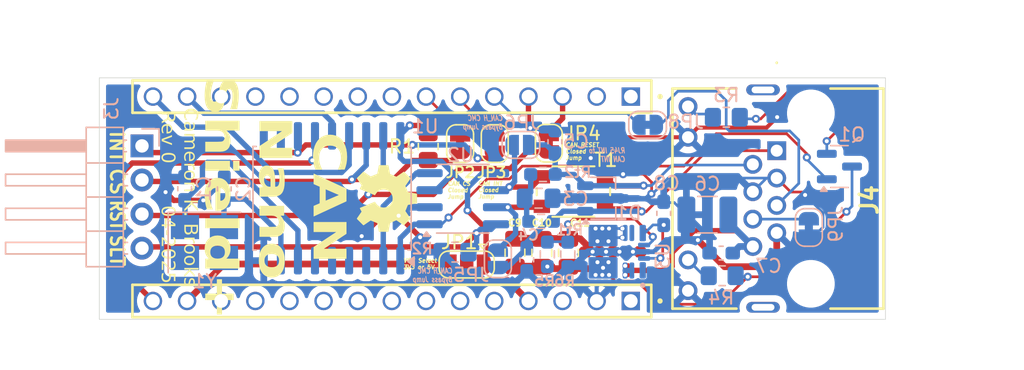
<source format=kicad_pcb>
(kicad_pcb (version 20241229) (generator "pcbnew") (generator_version "9.0")
  (layers (0 "F.Cu" signal) (4 "In1.Cu" signal) (6 "In2.Cu" signal) (2 "B.Cu" signal) (13 "F.Paste" user) (15 "B.Paste" user) (5 "F.SilkS" user "F.Silkscreen") (7 "B.SilkS" user "B.Silkscreen") (1 "F.Mask" user) (3 "B.Mask" user) (25 "Edge.Cuts" user))
  (net 0 "")
  (net 1 "/A0")
  (net 2 "/A2")
  (net 3 "/A4")
  (net 4 "/A3")
  (net 5 "/D6")
  (net 6 "/RST1")
  (net 7 "+3V3")
  (net 8 "/A5")
  (net 9 "Net-(C3-Pad1)")
  (net 10 "/D10")
  (net 11 "/D0")
  (net 12 "/A6")
  (net 13 "/D9")
  (net 14 "/D8")
  (net 15 "/D5")
  (net 16 "GND")
  (net 17 "/A7")
  (net 18 "/RST2")
  (net 19 "/D7")
  (net 20 "/AREF")
  (net 21 "/A1")
  (net 22 "+5V")
  (net 23 "/D1")
  (net 24 "/ESTOP")
  (net 31 "/CAN_CS_DEFAULT")
  (net 32 "/CAN_INT_DEFAULT")
  (net 33 "/CAN_H")
  (net 34 "/CAN_L")
  (net 35 "/OSC2")
  (net 36 "/OSC1")
  (net 37 "/SILENT")
  (net 38 "/CAN_CS")
  (net 39 "/~{CAN_INT}")
  (net 40 "/CAN_RESET")
  (net 41 "/CAN_RX")
  (net 42 "/MISO")
  (net 43 "/SCK")
  (net 44 "/MOSI")
  (net 45 "/CAN_TX")
  (net 46 "/CAN_H_IN")
  (net 47 "/CAN_L_IN")
  (net 49 "/CAN_SHLD")
  (net 50 "/CAN_ESTOP")
  (net 51 "/LED_TX")
  (net 52 "/CAN_V+")
  (net 53 "/LED_PWR")
  (net 54 "Net-(Q1-S)")
  (net 55 "VCC")
  (net 56 "Net-(U3-FB)")
  (net 57 "Net-(U3-SW-Pad5)")
  (net 60 "Net-(U3-RT)")
  (footprint "SparkFun-Aesthetic:OSHW_Logo_5mm" (layer "F.Cu") (at 133 92.3 -90)
    (property "Reference" "Ref**" (hide yes))
    (property "Value" "Val**" (hide yes))
  )
  (footprint "Capacitor_SMD:C_0805_2012Metric_Pad1.18x1.45mm_HandSolder" (layer "F.Cu") (at 142.78 96.33 90)
    (property "Reference" "C9")
    (property "Value" "22u X5R")
  )
  (footprint "Jumper:SolderJumper-3_P1.3mm_Open_RoundedPad1.0x1.5mm" (layer "F.Cu") (at 139.19 97.2125 180)
    (property "Reference" "JP1")
    (property "Value" "VCC_SEL")
  )
  (footprint "Jumper:SolderJumper-2_P1.3mm_Bridged_RoundedPad1.0x1.5mm" (layer "F.Cu") (at 138.7 88.2 -90)
    (property "Reference" "JP2")
    (property "Value" "SolderJumper_2_Bridged" (hide yes))
  )
  (footprint "Jumper:SolderJumper-2_P1.3mm_Bridged_RoundedPad1.0x1.5mm" (layer "F.Cu") (at 141.275 88.2 -90)
    (property "Reference" "JP3")
    (property "Value" "SolderJumper_2_Bridged" (hide yes))
  )
  (footprint "kml-custom:25015504-RJ45" (layer "F.Cu") (at 162.26 88.73 90)
    (property "Reference" "J4")
    (property "Value" "8P8C_LED_Shielded" (hide yes))
  )
  (footprint "kml-custom:SAMTEC_SSQ-115-03-T-S" (layer "F.Cu") (at 133.62 99.93 180)
    (property "Reference" "J2" (hide yes))
    (property "Value" "SSQ-115-03-T-S")
  )
  (footprint "Resistor_SMD:R_0805_2012Metric_Pad1.20x1.40mm_HandSolder" (layer "F.Cu") (at 136.325 88.425 -90)
    (property "Reference" "R1")
    (property "Value" "10k")
  )
  (footprint "Capacitor_SMD:C_0805_2012Metric_Pad1.18x1.45mm_HandSolder" (layer "F.Cu") (at 146.76 96.34 90)
    (property "Reference" "C11")
    (property "Value" "22u X5R")
  )
  (footprint "Jumper:SolderJumper-2_P1.3mm_Bridged_RoundedPad1.0x1.5mm" (layer "F.Cu") (at 145.3 88.175 -90)
    (property "Reference" "JP4")
    (property "Value" "SolderJumper_2_Bridged" (hide yes))
  )
  (footprint "Capacitor_SMD:C_0805_2012Metric_Pad1.18x1.45mm_HandSolder" (layer "F.Cu") (at 144.78 96.34 90)
    (property "Reference" "C10")
    (property "Value" "22u X5R")
  )
  (footprint "kml-custom:SMT_13N002_TDK" (layer "F.Cu") (at 147.1305 91.775)
    (property "Reference" "T1")
    (property "Value" "B82789C0113N002")
  )
  (footprint "kml-custom:SAMTEC_SSQ-115-03-T-S" (layer "F.Cu") (at 133.625 84.7 180)
    (property "Reference" "J1" (hide yes))
    (property "Value" "SSQ-115-03-T-S")
  )
  (footprint "Package_TO_SOT_SMD:SOT-23" (layer "B.Cu") (at 166.925 89.9125)
    (property "Reference" "Q1")
    (property "Value" "AO3401A")
  )
  (footprint "Capacitor_SMD:C_1210_3225Metric_Pad1.33x2.70mm_HandSolder" (layer "B.Cu") (at 157.1 93.5 180)
    (property "Reference" "C6")
    (property "Value" "4.7u X7R")
  )
  (footprint "Crystal:Crystal_SMD_3225-4Pin_3.2x2.5mm_HandSoldering" (layer "B.Cu") (at 119.675 95.575)
    (property "Reference" "Y1")
    (property "Value" "16MHz 9pF")
  )
  (footprint "Capacitor_SMD:C_0603_1608Metric_Pad1.08x0.95mm_HandSolder" (layer "B.Cu") (at 158.125 96.36 180)
    (property "Reference" "C7")
    (property "Value" "100n X7R")
  )
  (footprint "Jumper:SolderJumper-2_P1.3mm_Open_RoundedPad1.0x1.5mm" (layer "B.Cu") (at 143.225 88.3)
    (property "Reference" "JP6")
    (property "Value" "SolderJumper_2_Open" (hide yes))
  )
  (footprint "Resistor_SMD:R_0805_2012Metric_Pad1.20x1.40mm_HandSolder" (layer "B.Cu") (at 158.2 98.05 180)
    (property "Reference" "R4")
    (property "Value" "510R")
  )
  (footprint "Capacitor_SMD:C_0603_1608Metric_Pad1.08x0.95mm_HandSolder" (layer "B.Cu") (at 153.85 93.4 90)
    (property "Reference" "C8")
    (property "Value" "1u X7R")
  )
  (footprint "Jumper:SolderJumper-2_P1.3mm_Bridged_RoundedPad1.0x1.5mm" (layer "B.Cu") (at 152.65 86.8)
    (property "Reference" "JP8")
    (property "Value" "SolderJumper_2_Bridged")
  )
  (footprint "Capacitor_SMD:C_0603_1608Metric_Pad1.08x0.95mm_HandSolder" (layer "B.Cu") (at 143.66 96.86 90)
    (property "Reference" "C4")
    (property "Value" "100p")
  )
  (footprint "Jumper:SolderJumper-2_P1.3mm_Bridged_RoundedPad1.0x1.5mm" (layer "B.Cu") (at 164.65 94.45 90)
    (property "Reference" "JP9")
    (property "Value" "SolderJumper_2_Bridged")
  )
  (footprint "Capacitor_SMD:C_0603_1608Metric_Pad1.08x0.95mm_HandSolder" (layer "B.Cu") (at 121.15 91.575 90)
    (property "Reference" "C2")
    (property "Value" "15p")
  )
  (footprint "Resistor_SMD:R_0603_1608Metric_Pad0.98x0.95mm_HandSolder" (layer "B.Cu") (at 144.8625 90.5)
    (property "Reference" "Rt2")
    (property "Value" "60")
  )
  (footprint "Resistor_SMD:R_0805_2012Metric_Pad1.20x1.40mm_HandSolder" (layer "B.Cu") (at 158.51 86.24 180)
    (property "Reference" "R3")
    (property "Value" "510R")
  )
  (footprint "Jumper:SolderJumper-2_P1.3mm_Open_RoundedPad1.0x1.5mm" (layer "B.Cu") (at 141.51 96.79 -90)
    (property "Reference" "JP5")
    (property "Value" "SolderJumper_2_Open")
  )
  (footprint "Resistor_SMD:R_0603_1608Metric_Pad0.98x0.95mm_HandSolder" (layer "B.Cu") (at 146.71 96.46 -90)
    (property "Reference" "R6")
    (property "Value" "10k")
  )
  (footprint "Package_TO_SOT_SMD:TSOT-23" (layer "B.Cu") (at 149.325 92.2925)
    (property "Reference" "D1")
    (property "Value" "PESD2CANFD24LT-Q")
  )
  (footprint "Capacitor_SMD:C_0603_1608Metric_Pad1.08x0.95mm_HandSolder" (layer "B.Cu") (at 118.2 91.5625 90)
    (property "Reference" "C1")
    (property "Value" "15p")
  )
  (footprint "Package_SO:SOIC-8_3.9x4.9mm_P1.27mm" (layer "B.Cu") (at 138.9 92.31)
    (property "Reference" "U2")
    (property "Value" "TJA1051T-3")
  )
  (footprint "kml-custom:CONV_TLVM23615RDNR" (layer "B.Cu") (at 150.33 96.26 90)
    (property "Reference" "U3")
    (property "Value" "TPSM33625RDNR")
  )
  (footprint "Resistor_SMD:R_0805_2012Metric_Pad1.20x1.40mm_HandSolder" (layer "B.Cu") (at 138.32 96.29 180)
    (property "Reference" "R2")
    (property "Value" "10k")
  )
  (footprint "Connector_PinHeader_2.54mm:PinHeader_1x04_P2.54mm_Horizontal" (layer "B.Cu") (at 115.025 88.375 180)
    (property "Reference" "J3")
    (property "Value" "Conn_01x04_Pin" (hide yes))
  )
  (footprint "Resistor_SMD:R_0603_1608Metric_Pad0.98x0.95mm_HandSolder" (layer "B.Cu") (at 145.19 96.4525 90)
    (property "Reference" "R5")
    (property "Value" "Rfbt")
  )
  (footprint "Capacitor_SMD:C_0805_2012Metric_Pad1.18x1.45mm_HandSolder" (layer "B.Cu") (at 144.5375 92.275)
    (property "Reference" "C3")
    (property "Value" "4.7n")
  )
  (footprint "Resistor_SMD:R_0603_1608Metric_Pad0.98x0.95mm_HandSolder" (layer "B.Cu") (at 144.725 94 180)
    (property "Reference" "Rt1")
    (property "Value" "60")
  )
  (footprint "Package_SO:SOIC-18W_7.5x11.6mm_P1.27mm" (layer "B.Cu") (at 129.17 92.275 90)
    (property "Reference" "U1")
    (property "Value" "MCP2515-xSO")
  )
  (footprint "Capacitor_SMD:C_0603_1608Metric_Pad1.08x0.95mm_HandSolder" (layer "B.Cu") (at 145.75 88.0625 90)
    (property "Reference" "C5")
    (property "Value" "100p")
  )
  (gr_rect (start 111.85 83.3) (end 170.35 101.3) (stroke (width 0.05)) (fill no) (layer "Edge.Cuts"))
  (gr_text "Cameron K. Brooks\nRev 0       04-2025" (at 116.325 92.2 270) (layer "F.SilkS") (effects (font (size 1 1) (thickness 0.125) (italic yes)) (justify bottom)))
  (gr_text "CS" (at 112.6 89.925 270) (layer "F.SilkS") (effects (font (size 1 1) (thickness 0.2) (bold yes)) (justify left bottom)))
  (gr_text "CAN INT\nClosed \nJump" (at 140.01 92.32 0) (layer "F.SilkS") (effects (font (size 0.3 0.3) (thickness 0.075) (bold yes) (italic yes)) (justify left bottom)))
  (gr_text "VCC Select\n3V3 or 5V" (at 134.44 97.58 0) (layer "F.SilkS") (effects (font (size 0.3 0.3) (thickness 0.075) (bold yes) (italic yes)) (justify left bottom)))
  (gr_text "INT" (at 112.575 87.15 270) (layer "F.SilkS") (effects (font (size 1 1) (thickness 0.2) (bold yes)) (justify left bottom)))
  (gr_text "CAN\nNano\nShield+" (at 119.325 92.25 270) (layer "F.SilkS") (effects (font (size 2.4 3) (thickness 0.2) (bold yes)) (justify bottom)))
  (gr_text "RST" (at 112.6 92.315 270) (layer "F.SilkS") (effects (font (size 1 0.8) (thickness 0.2) (bold yes)) (justify left bottom)))
  (gr_text "SLT" (at 112.6 94.9 270) (layer "F.SilkS") (effects (font (size 1 0.9) (thickness 0.2) (bold yes)) (justify left bottom)))
  (gr_text "CAN RESET\nClosed \nJump" (at 146.52 89.44 0) (layer "F.SilkS") (effects (font (size 0.3 0.3) (thickness 0.075) (bold yes) (italic yes)) (justify left bottom)))
  (gr_text "CAN CS\nClosed \nJump" (at 137.73 92.33 0) (layer "F.SilkS") (effects (font (size 0.3 0.3) (thickness 0.075) (bold yes) (italic yes)) (justify left bottom)))
  (gr_text "RJ45 INT to \nCAN INT" (at 151.04 89.6 0) (layer "B.SilkS") (effects (font (size 0.4 0.3) (thickness 0.075) (bold yes) (italic yes)) (justify left bottom mirror)))
  (gr_text "CAN_H CMC \nBypass Jump" (at 141.93 87.18 0) (layer "B.SilkS") (effects (font (size 0.4 0.3) (thickness 0.075) (bold yes) (italic yes)) (justify left bottom mirror)))
  (gr_text "CAN_H CMC \nBypass Jump" (at 138.19 98.56 0) (layer "B.SilkS") (effects (font (size 0.4 0.3) (thickness 0.075) (bold yes) (italic yes)) (justify left bottom mirror)))
  (segment (start 146.325 84.69) (end 146.325 86.325) (width 0.4) (layer "F.Cu") (net 6))
  (segment (start 145.3 87.35) (end 145.3 87.525) (width 0.4) (layer "F.Cu") (net 6))
  (segment (start 146.325 86.325) (end 145.3 87.35) (width 0.4) (layer "F.Cu") (net 6))
  (segment (start 137.89 97.2125) (end 137.8525 97.175) (width 0.5) (layer "F.Cu") (net 7))
  (segment (start 121.135 97.175) (end 118.38 99.93) (width 0.5) (layer "F.Cu") (net 7))
  (segment (start 137.8525 97.175) (end 121.135 97.175) (width 0.5) (layer "F.Cu") (net 7))
  (segment (start 143.65 92.425) (end 143.5 92.275) (width 0.4) (layer "B.Cu") (net 9))
  (segment (start 144.125 90.325) (end 143.95 90.5) (width 0.4) (layer "B.Cu") (net 9))
  (segment (start 143.95 91.825) (end 143.5 92.275) (width 0.4) (layer "B.Cu") (net 9))
  (segment (start 143.8125 94) (end 143.65 93.8375) (width 0.4) (layer "B.Cu") (net 9))
  (segment (start 143.95 90.5) (end 143.95 91.825) (width 0.4) (layer "B.Cu") (net 9))
  (segment (start 143.65 93.8375) (end 143.65 92.425) (width 0.4) (layer "B.Cu") (net 9))
  (segment (start 149.9687 87.73) (end 148.42 89.2787) (width 0.3) (layer "F.Cu") (net 16))
  (segment (start 143.785 84.7) (end 143.785 86.910653) (width 0.4) (layer "F.Cu") (net 16))
  (segment (start 152.951 91.923355) (end 152.931303 91.943052) (width 0.2) (layer "F.Cu") (net 16))
  (segment (start 158.375 97.375) (end 161.125 97.375) (width 0.5) (layer "F.Cu") (net 16))
  (segment (start 163.3 91.81) (end 162.26 90.77) (width 0.2) (layer "F.Cu") (net 16))
  (segment (start 117.39 92.43) (end 116.78 91.82) (width 0.4) (layer "F.Cu") (net 16))
  (segment (start 150.825 90.4787) (end 152.348643 90.4787) (width 0.2) (layer "F.Cu") (net 16))
  (segment (start 161.509 87.011) (end 162.29 86.23) (width 0.3) (layer "F.Cu") (net 16))
  (segment (start 161.125 97.375) (end 162.26 96.24) (width 0.5) (layer "F.Cu") (net 16))
  (segment (start 147.625 95.275) (end 145.5375 95.275) (width 0.5) (layer "F.Cu") (net 16))
  (segment (start 155.66 87.73) (end 156.379 87.011) (width 0.3) (layer "F.Cu") (net 16))
  (segment (start 156.392831 95.392831) (end 158.375 97.375) (width 0.5) (layer "F.Cu") (net 16))
  (segment (start 156.379 87.011) (end 161.509 87.011) (width 0.3) (layer "F.Cu") (net 16))
  (segment (start 162.26 96.24) (end 162.26 94.85) (width 0.5) (layer "F.Cu") (net 16))
  (segment (start 148.56 96.26) (end 148.56 96.21) (width 0.5) (layer "F.Cu") (net 16))
  (segment (start 164.37 92.03) (end 164.15 91.81) (width 0.2) (layer "F.Cu") (net 16))
  (segment (start 164.15 91.81) (end 163.3 91.81) (width 0.2) (layer "F.Cu") (net 16))
  (segment (start 145.5375 95.275) (end 145.525 95.2625) (width 0.5) (layer "F.Cu") (net 16))
  (segment (start 152.348643 90.4787) (end 152.951 91.081057) (width 0.2) (layer "F.Cu") (net 16))
  (segment (start 148.56 96.21) (end 147.625 95.275) (width 0.5) (layer "F.Cu") (net 16))
  (segment (start 135.725 95.175) (end 134.125 93.575) (width 0.4) (layer "F.Cu") (net 16))
  (segment (start 155.66 87.73) (end 149.9687 87.73) (width 0.3) (layer "F.Cu") (net 16))
  (segment (start 152.951 91.081057) (end 152.951 91.923355) (width 0.2) (layer "F.Cu") (net 16))
  (segment (start 143.785 86.910653) (end 143.919347 87.045) (width 0.4) (layer "F.Cu") (net 16))
  (segment (start 132.9 93.575) (end 134.125 93.575) (width 0.4) (layer "F.Cu") (net 16))
  (segment (start 131.375 95.1) (end 132.9 93.575) (width 0.4) (layer "F.Cu") (net 16))
  (segment (start 145.525 95.2625) (end 142.81 95.2625) (width 0.5) (layer "F.Cu") (net 16))
  (segment (start 119.59 92.43) (end 117.39 92.43) (width 0.4) (layer "F.Cu") (net 16))
  (segment (start 142.81 95.2625) (end 142.78 95.2925) (width 0.5) (layer "F.Cu") (net 16))
  (via (at 131.375 95.1) (size 0.6) (drill 0.3) (layers "F.Cu" "B.Cu") (net 16))
  (via (at 135.725 95.175) (size 0.6) (drill 0.3) (layers "F.Cu" "B.Cu") (net 16))
  (via (at 143.919347 87.045) (size 0.6) (drill 0.3) (layers "F.Cu" "B.Cu") (net 16))
  (via (at 152.931303 91.943052) (size 0.6) (drill 0.3) (layers "F.Cu" "B.Cu") (net 16))
  (via (at 148.42 89.2787) (size 0.6) (drill 0.3) (layers "F.Cu" "B.Cu") (net 16))
  (via (at 119.59 92.43) (size 0.6) (drill 0.3) (layers "F.Cu" "B.Cu") (net 16))
  (via (at 150.825 90.4787) (size 0.6) (drill 0.3) (layers "F.Cu" "B.Cu") (net 16))
  (via (at 162.29 86.23) (size 0.6) (drill 0.3) (layers "F.Cu" "B.Cu") (net 16))
  (via (at 156.392831 95.392831) (size 0.6) (drill 0.3) (layers "F.Cu" "B.Cu") (net 16))
  (via (at 134.125 93.575) (size 0.6) (drill 0.3) (layers "F.Cu" "B.Cu") (net 16))
  (via (at 116.78 91.82) (size 0.6) (drill 0.3) (layers "F.Cu" "B.Cu") (net 16))
  (via (at 164.37 92.03) (size 0.6) (drill 0.3) (layers "F.Cu" "B.Cu") (net 16))
  (segment (start 157.2625 95.225) (end 155.5375 93.5) (width 0.4) (layer "B.Cu") (net 16))
  (segment (start 157.2625 96.36) (end 157.2625 95.225) (width 0.4) (layer "B.Cu") (net 16))
  (segment (start 144.3775 98.44) (end 143.66 97.7225) (width 0.5) (layer "B.Cu") (net 16))
  (segment (start 160.48 91.79) (end 160.47 91.79) (width 0.2) (layer "B.Cu") (net 16))
  (segment (start 153.12 96.26) (end 154.03 95.35) (width 0.35) (layer "B.Cu") (net 16))
  (segment (start 145.6425 98.44) (end 144.3775 98.44) (width 0.5) (layer "B.Cu") (net 16))
  (segment (start 146.71 97.3725) (end 147.1175 97.3725) (width 0.5) (layer "B.Cu") (net 16))
  (segment (start 153.016923 91.943052) (end 154.189975 90.77) (width 0.2) (layer "B.Cu") (net 16))
  (segment (start 134.755 92.945) (end 134.125 93.575) (width 0.4) (layer "B.Cu") (net 16))
  (segment (start 154.03 95.35) (end 154.375 95.35) (width 0.35) (layer "B.Cu") (net 16))
  (segment (start 148.23 96.26) (end 148.56 96.26) (width 0.5) (layer "B.Cu") (net 16))
  (segment (start 152.56438 92.309975) (end 150.652475 92.309975) (width 0.4) (layer "B.Cu") (net 16))
  (segment (start 150.635 92.2925) (end 150.6425 92.3) (width 0.8) (layer "B.Cu") (net 16))
  (segment (start 155.16 98.66) (end 155.66 99.16) (width 0.3) (layer "B.Cu") (net 16))
  (segment (start 142.9325 98.45) (end 139.48 98.45) (width 0.5) (layer "B.Cu") (net 16))
  (segment (start 150.652475 92.309975) (end 150.635 92.2925) (width 0.4) (layer "B.Cu") (net 16))
  (segment (start 145.575 92.275) (end 146.925 92.275) (width 0.75) (layer "B.Cu") (net 16))
  (segment (start 164.65 95.099999) (end 165.032754 95.099999) (width 0.2) (layer "B.Cu") (net 16))
  (segment (start 154.189975 90.77) (end 159.45 90.77) (width 0.2) (layer "B.Cu") (net 16))
  (segment (start 165.706 93.366) (end 164.37 92.03) (width 0.2) (layer "B.Cu") (net 16))
  (segment (start 148.86 98.83) (end 149.03 98.66) (width 0.3) (layer "B.Cu") (net 16))
  (segment (start 146.925 92.275) (end 150.6175 92.275) (width 0.75) (layer "B.Cu") (net 16))
  (segment (start 152.63 96.26) (end 153.12 96.26) (width 0.35) (layer "B.Cu") (net 16))
  (segment (start 136.425 92.945) (end 134.755 92.945) (width 0.4) (layer "B.Cu") (net 16))
  (segment (start 160.48 91.79) (end 161.5 90.77) (width 0.2) (layer "B.Cu") (net 16))
  (segment (start 165.032754 95.099999) (end 165.706 94.426753) (width 0.2) (layer "B.Cu") (net 16))
  (segment (start 160.47 91.79) (end 159.45 90.77) (width 0.2) (layer "B.Cu") (net 16))
  (segment (start 143.919347 87.045) (end 145.595 87.045) (width 0.4) (layer "B.Cu") (net 16))
  (segment (start 145.595 87.045) (end 145.75 87.2) (width 0.4) (layer "B.Cu") (net 16))
  (segment (start 152.62 96.25) (end 152.63 96.26) (width 0.2) (layer "B.Cu") (net 16))
  (segment (start 152.931303 91.943052) (end 153.016923 91.943052) (width 0.2) (layer "B.Cu") (net 16))
  (segment (start 154.375 95.35) (end 155.375 95.35) (width 0.5) (layer "B.Cu") (net 16))
  (segment (start 159.45 90.77) (end 162.26 90.77) (width 0.2) (layer "B.Cu") (net 16))
  (segment (start 161.5 90.77) (end 162.26 90.77) (width 0.2) (layer "B.Cu") (net 16))
  (segment (start 143.66 97.7225) (end 142.9325 98.45) (width 0.5) (layer "B.Cu") (net 16))
  (segment (start 165.706 94.426753) (end 165.706 93.366) (width 0.2) (layer "B.Cu") (net 16))
  (segment (start 146.71 97.3725) (end 145.6425 98.44) (width 0.5) (layer "B.Cu") (net 16))
  (segment (start 121.15 90.7125) (end 121.15 90.87) (width 0.4) (layer "B.Cu") (net 16))
  (segment (start 121.15 90.87) (end 119.59 92.43) (width 0.4) (layer "B.Cu") (net 16))
  (segment (start 155.375 93.475) (end 155.375 95.35) (width 0.5) (layer "B.Cu") (net 16))
  (segment (start 139.48 98.45) (end 137.32 96.29) (width 0.5) (layer "B.Cu") (net 16))
  (segment (start 153.85 92.6) (end 154.6375 92.6) (width 0.2) (layer "B.Cu") (net 16))
  (segment (start 147.1175 97.3725) (end 148.23 96.26) (width 0.5) (layer "B.Cu") (net 16))
  (segment (start 155.31 88.08) (end 155.66 87.73) (width 0.3) (layer "B.Cu") (net 16))
  (segment (start 156.392831 95.392831) (end 156.35 95.35) (width 0.5) (layer "B.Cu") (net 16))
  (segment (start 149.03 98.66) (end 155.16 98.66) (width 0.3) (layer "B.Cu") (net 16))
  (segment (start 148.86 99.93) (end 148.86 98.83) (width 0.3) (layer "B.Cu") (net 16))
  (segment (start 156.35 95.35) (end 155.375 95.35) (width 0.5) (layer "B.Cu") (net 16))
  (segment (start 152.931303 91.943052) (end 152.56438 92.309975) (width 0.4) (layer "B.Cu") (net 16))
  (segment (start 154.6375 92.6) (end 155.5375 93.5) (width 0.2) (layer "B.Cu") (net 16))
  (segment (start 142.2685 98.4185) (end 142.275 98.425) (width 0.5) (layer "F.Cu") (net 22))
  (segment (start 139.19 97.857384) (end 139.751116 98.4185) (width 0.5) (layer "F.Cu") (net 22))
  (segment (start 139.19 97.2125) (end 139.19 97.857384) (width 0.5) (layer "F.Cu") (net 22))
  (segment (start 139.751116 98.4185) (end 142.2685 98.4185) (width 0.5) (layer "F.Cu") (net 22))
  (segment (start 142.275 98.425) (end 143.78 99.93) (width 0.5) (layer "F.Cu") (net 22))
  (segment (start 143.755 99.93) (end 143.785 99.93) (width 0.4) (layer "F.Cu") (net 22))
  (segment (start 141.275 84.72) (end 141.245 84.69) (width 0.4) (layer "F.Cu") (net 24))
  (segment (start 142.505 85.96) (end 141.245 84.7) (width 0.2) (layer "B.Cu") (net 24))
  (segment (start 152 86.8) (end 151.16 85.96) (width 0.2) (layer "B.Cu") (net 24))
  (segment (start 141.275 84.72) (end 141.245 84.69) (width 0.4) (layer "B.Cu") (net 24))
  (segment (start 151.16 85.96) (end 142.505 85.96) (width 0.2) (layer "B.Cu") (net 24))
  (segment (start 136.165 84.7) (end 138.7 87.235) (width 0.2) (layer "F.Cu") (net 31))
  (segment (start 138.7 87.55) (end 138.75 87.5) (width 0.4) (layer "F.Cu") (net 31))
  (segment (start 138.7 87.235) (end 138.7 87.55) (width 0.2) (layer "F.Cu") (net 31))
  (segment (start 141.245 87.27) (end 141.275 87.3) (width 0.4) (layer "F.Cu") (net 32))
  (segment (start 141.275 87.55) (end 138.705 84.98) (width 0.2) (layer "F.Cu") (net 32))
  (segment (start 138.75 84.735) (end 138.705 84.69) (width 0.4) (layer "F.Cu") (net 32))
  (segment (start 138.705 84.98) (end 138.705 84.7) (width 0.2) (layer "F.Cu") (net 32))
  (segment (start 152.534918 93.275) (end 157.079918 88.73) (width 0.2) (layer "F.Cu") (net 33))
  (segment (start 152.225 93.275) (end 152.534918 93.275) (width 0.2) (layer "F.Cu") (net 33))
  (segment (start 152.18 93.26) (end 151.995 93.075) (width 0.4) (layer "F.Cu") (net 33))
  (segment (start 152.21 93.26) (end 152.225 93.275) (width 0.2) (layer "F.Cu") (net 33))
  (segment (start 149.68 93.075) (end 149.48 92.875) (width 0.4) (layer "F.Cu") (net 33))
  (segment (start 152.21 93.26) (end 152.18 93.26) (width 0.4) (layer "F.Cu") (net 33))
  (segment (start 157.079918 88.73) (end 162.26 88.73) (width 0.2) (layer "F.Cu") (net 33))
  (segment (start 151.995 93.075) (end 149.68 93.075) (width 0.4) (layer "F.Cu") (net 33))
  (via (at 152.21 93.26) (size 0.6) (drill 0.3) (layers "F.Cu" "B.Cu") (net 33))
  (segment (start 150.675 93.2425) (end 152.215 93.2425) (width 0.4) (layer "B.Cu") (net 33))
  (segment (start 143.66 95.55) (end 143.66 95.9975) (width 0.4) (layer "B.Cu") (net 33))
  (segment (start 148.015 93.2425) (end 150.675 93.2425) (width 0.4) (layer "B.Cu") (net 33))
  (segment (start 145.6375 93.9625) (end 146.3575 93.2425) (width 0.4) (layer "B.Cu") (net 33))
  (segment (start 145.21 94) (end 143.66 95.55) (width 0.4) (layer "B.Cu") (net 33))
  (segment (start 142.2175 97.44) (end 141.51 97.44) (width 0.4) (layer "B.Cu") (net 33))
  (segment (start 146.3575 93.2425) (end 148.015 93.2425) (width 0.4) (layer "B.Cu") (net 33))
  (segment (start 143.66 95.9975) (end 142.2175 97.44) (width 0.4) (layer "B.Cu") (net 33))
  (segment (start 145.6375 94) (end 145.21 94) (width 0.4) (layer "B.Cu") (net 33))
  (segment (start 145.6375 94) (end 145.6375 93.9625) (width 0.4) (layer "B.Cu") (net 33))
  (segment (start 152.33 91.35) (end 150.155 91.35) (width 0.4) (layer "F.Cu") (net 34))
  (segment (start 152.35 91.33) (end 152.33 91.35) (width 0.4) (layer "F.Cu") (net 34))
  (segment (start 150.155 91.35) (end 149.48 90.675) (width 0.4) (layer "F.Cu") (net 34))
  (via (at 152.35 91.33) (size 0.6) (drill 0.3) (layers "F.Cu" "B.Cu") (net 34))
  (segment (start 148.015 91.3425) (end 152.3825 91.3425) (width 0.4) (layer "B.Cu") (net 34))
  (segment (start 148.015 91.3425) (end 147.1725 90.5) (width 0.4) (layer "B.Cu") (net 34))
  (segment (start 145.775 88.95) (end 145.775 90.5) (width 0.4) (layer "B.Cu") (net 34))
  (segment (start 154.475 89.8) (end 152.945 91.33) (width 0.2) (layer "B.Cu") (net 34))
  (segment (start 160.43 89.8) (end 154.475 89.8) (width 0.2) (layer "B.Cu") (net 34))
  (segment (start 160.48 89.75) (end 160.43 89.8) (width 0.2) (layer "B.Cu") (net 34))
  (segment (start 145.125 88.3) (end 145.775 88.95) (width 0.4) (layer "B.Cu") (net 34))
  (segment (start 152.945 91.33) (end 152.35 91.33) (width 0.2) (layer "B.Cu") (net 34))
  (segment (start 147.1725 90.5) (end 145.775 90.5) (width 0.4) (layer "B.Cu") (net 34))
  (segment (start 143.875 88.3) (end 145.125 88.3) (width 0.4) (layer "B.Cu") (net 34))
  (segment (start 119.525 91.125) (end 118.225 92.425) (width 0.4) (layer "B.Cu") (net 35))
  (segment (start 126.63 96.925) (end 126.63 94.68) (width 0.4) (layer "B.Cu") (net 35))
  (segment (start 119.525 89.975) (end 119.525 91.125) (width 0.4) (layer "B.Cu") (net 35))
  (segment (start 118.2 92.3625) (end 118.2125 92.3625) (width 0.4) (layer "B.Cu") (net 35))
  (segment (start 118.225 92.3875) (end 118.2 92.3625) (width 0.4) (layer "B.Cu") (net 35))
  (segment (start 118.225 94.425) (end 118.225 92.3875) (width 0.4) (layer "B.Cu") (net 35))
  (segment (start 121.55 89.6) (end 119.9 89.6) (width 0.4) (layer "B.Cu") (net 35))
  (segment (start 119.9 89.6) (end 119.525 89.975) (width 0.4) (layer "B.Cu") (net 35))
  (segment (start 118.225 92.425) (end 118.2 92.425) (width 0.4) (layer "B.Cu") (net 35))
  (segment (start 126.63 94.68) (end 121.55 89.6) (width 0.4) (layer "B.Cu") (net 35))
  (segment (start 121.125 94.425) (end 121.125 92.5375) (width 0.4) (layer "B.Cu") (net 36))
  (segment (start 122.7125 92.3375) (end 125.36 94.985) (width 0.4) (layer "B.Cu") (net 36))
  (segment (start 121.325 92.3375) (end 122.7125 92.3375) (width 0.4) (layer "B.Cu") (net 36))
  (segment (start 125.36 94.985) (end 125.36 96.925) (width 0.4) (layer "B.Cu") (net 36))
  (segment (start 121.125 92.5375) (end 121.325 92.3375) (width 0.4) (layer "B.Cu") (net 36))
  (segment (start 115.12 95.9) (end 115.025 95.995) (width 0.4) (layer "F.Cu") (net 37))
  (segment (start 139.925 94.875) (end 138.9 95.9) (width 0.4) (layer "F.Cu") (net 37))
  (segment (start 138.9 95.9) (end 115.12 95.9) (width 0.4) (layer "F.Cu") (net 37))
  (via (at 139.925 94.875) (size 0.6) (drill 0.3) (layers "F.Cu" "B.Cu") (net 37))
  (segment (start 139.66 96.29) (end 139.32 96.29) (width 0.4) (layer "B.Cu") (net 37))
  (segment (start 140.21 94.59) (end 141 94.59) (width 0.4) (layer "B.Cu") (net 37))
  (segment (start 141 94.59) (end 141.375 94.215) (width 0.4) (layer "B.Cu") (net 37))
  (segment (start 139.925 94.875) (end 140.21 94.59) (width 0.4) (layer "B.Cu") (net 37))
  (segment (start 139.925 94.875) (end 139.925 96.025) (width 0.4) (layer "B.Cu") (net 37))
  (segment (start 139.925 96.025) (end 139.66 96.29) (width 0.4) (layer "B.Cu") (net 37))
  (segment (start 135.1625 89.4625) (end 138.0875 89.4625) (width 0.4) (layer "F.Cu") (net 38))
  (segment (start 115.025 90.915) (end 115.13 91.02) (width 0.4) (layer "F.Cu") (net 38))
  (segment (start 138.0875 89.4625) (end 138.75 88.8) (width 0.4) (layer "F.Cu") (net 38))
  (segment (start 115.13 91.02) (end 130.505 91.02) (width 0.4) (layer "F.Cu") (net 38))
  (segment (start 130.65 90.875) (end 133.75 90.875) (width 0.4) (layer "F.Cu") (net 38))
  (segment (start 130.505 91.02) (end 130.65 90.875) (width 0.4) (layer "F.Cu") (net 38))
  (segment (start 133.75 90.875) (end 135.1625 89.4625) (width 0.4) (layer "F.Cu") (net 38))
  (via (at 130.65 90.875) (size 0.6) (drill 0.3) (layers "F.Cu" "B.Cu") (net 38))
  (segment (start 130.65 90.875) (end 131.71 89.815) (width 0.4) (layer "B.Cu") (net 38))
  (segment (start 131.71 89.815) (end 131.71 87.625) (width 0.4) (layer "B.Cu") (net 38))
  (segment (start 115.525 88.875) (end 115.025 88.375) (width 0.4) (layer "F.Cu") (net 39))
  (segment (start 126.61 88.875) (end 115.525 88.875) (width 0.4) (layer "F.Cu") (net 39))
  (segment (start 140 89.3) (end 140.825 89.3) (width 0.4) (layer "F.Cu") (net 39))
  (segment (start 126.61 88.875) (end 126.65 88.875) (width 0.4) (layer "F.Cu") (net 39))
  (segment (start 126.65 88.875) (end 127.225 88.3) (width 0.4) (layer "F.Cu") (net 39))
  (segment (start 127.225 88.3) (end 135.15 88.3) (width 0.4) (layer "F.Cu") (net 39))
  (segment (start 140.825 89.3) (end 141.275 88.85) (width 0.4) (layer "F.Cu") (net 39))
  (via (at 140 89.3) (size 0.6) (drill 0.3) (layers "F.Cu" "B.Cu") (net 39))
  (via (at 126.61 88.875) (size 0.6) (drill 0.3) (layers "F.Cu" "B.Cu") (net 39))
  (via (at 135.15 88.3) (size 0.6) (drill 0.3) (layers "F.Cu" "B.Cu") (net 39))
  (segment (start 140 89.3) (end 139 88.3) (width 0.4) (layer "B.Cu") (net 39))
  (segment (start 139 88.3) (end 135.15 88.3) (width 0.4) (layer "B.Cu") (net 39))
  (segment (start 126.63 88.855) (end 126.63 87.625) (width 0.4) (layer "B.Cu") (net 39))
  (segment (start 126.61 88.875) (end 126.63 88.855) (width 0.4) (layer "B.Cu") (net 39))
  (segment (start 138.6365 90.0635) (end 136.7125 91.9875) (width 0.4) (layer "F.Cu") (net 40))
  (segment (start 142.4365 90.0635) (end 138.6365 90.0635) (width 0.4) (layer "F.Cu") (net 40))
  (segment (start 115.13 93.56) (end 115.025 93.455) (width 0.4) (layer "F.Cu") (net 40))
  (segment (start 143.675 88.825) (end 142.4365 90.0635) (width 0.4) (layer "F.Cu") (net 40))
  (segment (start 131.8625 91.9875) (end 130.29 93.56) (width 0.4) (layer "F.Cu") (net 40))
  (segment (start 145.3 88.825) (end 143.675 88.825) (width 0.4) (layer "F.Cu") (net 40))
  (segment (start 130.29 93.56) (end 115.13 93.56) (width 0.4) (layer "F.Cu") (net 40))
  (segment (start 136.7125 91.9875) (end 131.8625 91.9875) (width 0.4) (layer "F.Cu") (net 40))
  (via (at 131.8625 91.9875) (size 0.6) (drill 0.3) (layers "F.Cu" "B.Cu") (net 40))
  (segment (start 131.8625 91.9875) (end 132.98 90.87) (width 0.4) (layer "B.Cu") (net 40))
  (segment (start 132.98 90.87) (end 132.98 87.625) (width 0.4) (layer "B.Cu") (net 40))
  (segment (start 132.98 92.875001) (end 135.450001 90.405) (width 0.4) (layer "B.Cu") (net 41))
  (segment (start 132.98 96.925) (end 132.98 92.875001) (width 0.4) (layer "B.Cu") (net 41))
  (segment (start 135.450001 90.405) (end 136.425 90.405) (width 0.4) (layer "B.Cu") (net 41))
  (segment (start 115.845 84.72) (end 118.1 86.975) (width 0.4) (layer "B.Cu") (net 42))
  (segment (start 124.725 90.35) (end 129.875 90.35) (width 0.4) (layer "B.Cu") (net 42))
  (segment (start 115.845 84.69) (end 115.845 84.72) (width 0.4) (layer "B.Cu") (net 42))
  (segment (start 129.875 90.35) (end 130.44 89.785) (width 0.4) (layer "B.Cu") (net 42))
  (segment (start 130.44 89.785) (end 130.44 87.625) (width 0.4) (layer "B.Cu") (net 42))
  (segment (start 121.35 86.975) (end 124.725 90.35) (width 0.4) (layer "B.Cu") (net 42))
  (segment (start 118.1 86.975) (end 121.35 86.975) (width 0.4) (layer "B.Cu") (net 42))
  (segment (start 127.7 89.45) (end 127.5 89.65) (width 0.4) (layer "F.Cu") (net 43))
  (segment (start 113.475 97.56) (end 115.845 99.93) (width 0.4) (layer "F.Cu") (net 43))
  (segment (start 114.3 89.65) (end 113.475 90.475) (width 0.4) (layer "F.Cu") (net 43))
  (segment (start 113.475 90.475) (end 113.475 97.56) (width 0.4) (layer "F.Cu") (net 43))
  (segment (start 127.5 89.65) (end 114.3 89.65) (width 0.4) (layer "F.Cu") (net 43))
  (via (at 127.7 89.45) (size 0.6) (drill 0.3) (layers "F.Cu" "B.Cu") (net 43))
  (segment (start 127.9 89.25) (end 127.9 87.625) (width 0.4) (layer "B.Cu") (net 43))
  (segment (start 127.7 89.45) (end 127.9 89.25) (width 0.4) (layer "B.Cu") (net 43))
  (segment (start 119.635 85.94) (end 118.385 84.69) (width 0.4) (layer "B.Cu") (net 44))
  (segment (start 128.509999 85.94) (end 119.635 85.94) (width 0.4) (layer "B.Cu") (net 44))
  (segment (start 129.17 86.600001) (end 128.509999 85.94) (width 0.4) (layer "B.Cu") (net 44))
  (segment (start 129.17 87.625) (end 129.17 86.600001) (width 0.4) (layer "B.Cu") (net 44))
  (segment (start 164.501 89.23) (end 164.501 88.969) (width 0.2) (layer "F.Cu") (net 45))
  (segment (start 163.002 87.47) (end 157.755 87.47) (width 0.2) (layer "F.Cu") (net 45))
  (segment (start 155.3463 89.8787) (end 143.32982 89.8787) (width 0.2) (layer "F.Cu") (net 45))
  (segment (start 140.7135 90.8365) (end 137.8375 93.7125) (width 0.2) (layer "F.Cu") (net 45))
  (segment (start 164.501 88.969) (end 163.002 87.47) (width 0.2) (layer "F.Cu") (net 45))
  (segment (start 142.37202 90.8365) (end 140.7135 90.8365) (width 0.2) (layer "F.Cu") (net 45))
  (segment (start 143.32982 89.8787) (end 142.37202 90.8365) (width 0.2) (layer "F.Cu") (net 45))
  (segment (start 157.755 87.47) (end 155.3463 89.8787) (width 0.2) (layer "F.Cu") (net 45))
  (via (at 137.8375 93.7125) (size 0.6) (drill 0.3) (layers "F.Cu" "B.Cu") (net 45))
  (via (at 164.501 89.23) (size 0.6) (drill 0.3) (layers "F.Cu" "B.Cu") (net 45))
  (segment (start 164.501 89.376) (end 164.501 89.23) (width 0.2) (layer "B.Cu") (net 45))
  (segment (start 137.8375 93.7125) (end 137.335 94.215) (width 0.2) (layer "B.Cu") (net 45))
  (segment (start 165.9875 90.8625) (end 164.501 89.376) (width 0.2) (layer "B.Cu") (net 45))
  (segment (start 135.285 94.215) (end 136.425 94.215) (width 0.4) (layer "B.Cu") (net 45))
  (segment (start 137.335 94.215) (end 136.425 94.215) (width 0.2) (layer "B.Cu") (net 45))
  (segment (start 134.25 96.925) (end 134.25 95.25) (width 0.4) (layer "B.Cu") (net 45))
  (segment (start 134.25 95.25) (end 135.285 94.215) (width 0.4) (layer "B.Cu") (net 45))
  (segment (start 142.245 92.945) (end 144.711 92.945) (width 0.4) (layer "F.Cu") (net 46))
  (segment (start 144.711 92.945) (end 144.781 92.875) (width 0.4) (layer "F.Cu") (net 46))
  (via (at 142.245 92.945) (size 0.6) (drill 0.3) (layers "F.Cu" "B.Cu") (net 46))
  (segment (start 142.245 92.945) (end 142.825 93.525) (width 0.4) (layer "B.Cu") (net 46))
  (segment (start 142.825 94.9) (end 142.375 95.35) (width 0.4) (layer "B.Cu") (net 46))
  (segment (start 142.825 93.525) (end 142.825 94.9) (width 0.4) (layer "B.Cu") (net 46))
  (segment (start 142.3 95.35) (end 141.51 96.14) (width 0.4) (layer "B.Cu") (net 46))
  (segment (start 142.245 92.945) (end 141.375 92.945) (width 0.4) (layer "B.Cu") (net 46))
  (segment (start 142.375 95.35) (end 142.3 95.35) (width 0.4) (layer "B.Cu") (net 46))
  (segment (start 144.0185 91.4375) (end 144.781 90.675) (width 0.4) (layer "F.Cu") (net 47))
  (segment (start 142.3625 91.4375) (end 144.0185 91.4375) (width 0.4) (layer "F.Cu") (net 47))
  (via (at 142.3625 91.4375) (size 0.6) (drill 0.3) (layers "F.Cu" "B.Cu") (net 47))
  (segment (start 142.751 88.476) (end 142.575 88.3) (width 0.4) (layer "B.Cu") (net 47))
  (segment (start 142.3625 91.4375) (end 142.125 91.675) (width 0.4) (layer "B.Cu") (net 47))
  (segment (start 142.125 91.675) (end 141.375 91.675) (width 0.4) (layer "B.Cu") (net 47))
  (segment (start 142.751 91.049) (end 142.751 88.476) (width 0.4) (layer "B.Cu") (net 47))
  (segment (start 142.3625 91.4375) (end 142.751 91.049) (width 0.4) (layer "B.Cu") (net 47))
  (segment (start 160.48 93.83) (end 164.620001 93.83) (width 0.2) (layer "B.Cu") (net 49))
  (segment (start 164.620001 93.83) (end 164.65 93.800001) (width 0.2) (layer "B.Cu") (net 49))
  (segment (start 157.8 84.3) (end 154.9 84.3) (width 0.2) (layer "B.Cu") (net 50))
  (segment (start 153.6 86.8) (end 153.3 86.8) (width 0.2) (layer "B.Cu") (net 50))
  (segment (start 154.2 86.2) (end 153.6 86.8) (width 0.2) (layer "B.Cu") (net 50))
  (segment (start 163.901 87.9339) (end 163.2271 87.26) (width 0.2) (layer "B.Cu") (net 50))
  (segment (start 158.5 87.03) (end 158.5 85) (width 0.2) (layer "B.Cu") (net 50))
  (segment (start 154.9 84.3) (end 154.2 85) (width 0.2) (layer "B.Cu") (net 50))
  (segment (start 154.2 85) (end 154.2 86.2) (width 0.2) (layer "B.Cu") (net 50))
  (segment (start 162.26 92.81) (end 163.901 91.169) (width 0.2) (layer "B.Cu") (net 50))
  (segment (start 158.73 87.26) (end 158.5 87.03) (width 0.2) (layer "B.Cu") (net 50))
  (segment (start 163.901 91.169) (end 163.901 87.9339) (width 0.2) (layer "B.Cu") (net 50))
  (segment (start 163.2271 87.26) (end 158.73 87.26) (width 0.2) (layer "B.Cu") (net 50))
  (segment (start 158.5 85) (end 157.8 84.3) (width 0.2) (layer "B.Cu") (net 50))
  (segment (start 157.5 86) (end 156.22 86) (width 0.2) (layer "B.Cu") (net 51))
  (segment (start 156.22 86) (end 155.66 85.44) (width 0.2) (layer "B.Cu") (net 51))
  (segment (start 150.98 97.31) (end 151.160001 97.31) (width 0.4) (layer "F.Cu") (net 52))
  (segment (start 151.161 97.949) (end 150.98 97.949) (width 0.4) (layer "F.Cu") (net 52))
  (segment (start 154.475 97.35) (end 154.475 96.319298) (width 0.4) (layer "F.Cu") (net 52))
  (segment (start 151.500001 97.65) (end 154.175 97.65) (width 0.4) (layer "F.Cu") (net 52))
  (segment (start 151.160001 97.31) (end 151.500001 97.65) (width 0.4) (layer "F.Cu") (net 52))
  (segment (start 154.475 96.319298) (end 156.102467 94.691831) (width 0.4) (layer "F.Cu") (net 52))
  (segment (start 156.102467 94.691831) (end 159.301831 94.691831) (width 0.4) (layer "F.Cu") (net 52))
  (segment (start 151.500001 97.65) (end 151.46 97.65) (width 0.4) (layer "F.Cu") (net 52))
  (segment (start 151.46 97.65) (end 151.161 97.949) (width 0.4) (layer "F.Cu") (net 52))
  (segment (start 159.301831 94.691831) (end 160.48 95.87) (width 0.4) (layer "F.Cu") (net 52))
  (segment (start 154.175 97.65) (end 154.475 97.35) (width 0.4) (layer "F.Cu") (net 52))
  (segment (start 160.48 95.87) (end 159.4775 95.87) (width 0.5) (layer "B.Cu") (net 52))
  (segment (start 158.5 93.89) (end 158.5 93.475) (width 0.5) (layer "B.Cu") (net 52))
  (segment (start 159.4775 95.87) (end 158.9875 96.36) (width 0.5) (layer "B.Cu") (net 52))
  (segment (start 160.48 95.87) (end 158.5 93.89) (width 0.5) (layer "B.Cu") (net 52))
  (segment (start 150.98 97.66) (end 151.48 97.66) (width 0.4) (layer "B.Cu") (net 52))
  (segment (start 155.66 96.87) (end 156.81 98.02) (width 0.2) (layer "B.Cu") (net 53))
  (segment (start 165.597775 84.024) (end 163.402338 84.024) (width 0.2) (layer "F.Cu") (net 54))
  (segment (start 166.726 85.152225) (end 165.597775 84.024) (width 0.2) (layer "F.Cu") (net 54))
  (segment (start 161.066338 86.36) (end 160.71 86.36) (width 0.2) (layer "F.Cu") (net 54))
  (segment (start 166.726 87.274) (end 166.726 85.152225) (width 0.2) (layer "F.Cu") (net 54))
  (segment (start 165.98 88.02) (end 166.726 87.274) (width 0.2) (layer "F.Cu") (net 54))
  (segment (start 163.402338 84.024) (end 161.066338 86.36) (width 0.2) (layer "F.Cu") (net 54))
  (via (at 160.71 86.36) (size 0.6) (drill 0.3) (layers "F.Cu" "B.Cu") (net 54))
  (via (at 165.98 88.02) (size 0.6) (drill 0.3) (layers "F.Cu" "B.Cu") (net 54))
  (segment (start 165.9875 88.0275) (end 165.98 88.02) (width 0.2) (layer "B.Cu") (net 54))
  (segment (start 159.86 86.36) (end 159.5 86) (width 0.2) (layer "B.Cu") (net 54))
  (segment (start 160.71 86.36) (end 159.86 86.36) (width 0.2) (layer "B.Cu") (net 54))
  (segment (start 165.9875 88.9625) (end 165.9875 88.0275) (width 0.2) (layer "B.Cu") (net 54))
  (segment (start 145.525 97.3375) (end 142.81 97.3375) (width 0.5) (layer "F.Cu") (net 55))
  (segment (start 160.095 98.125) (end 160.1 98.125) (width 0.2) (layer "F.Cu") (net 55))
  (segment (start 149.78 97.99) (end 150.24 98.45) (width 0.2) (layer "F.Cu") (net 55))
  (segment (start 149.275 97.52) (end 145.3475 97.52) (width 0.5) (layer "F.Cu") (net 55))
  (segment (start 139.25 93.175) (end 140.63 94.555) (width 0.4) (layer "F.Cu") (net 55))
  (segment (start 140.63 97.0725) (end 140.49 97.2125) (width 0.4) (layer "F.Cu") (net 55))
  (segment (start 142.81 97.3375) (end 142.78 97.3675) (width 0.5) (layer "F.Cu") (net 55))
  (segment (start 136.325 87.225) (end 136.325 87.3875) (width 0.4) (layer "F.Cu") (net 55))
  (segment (start 140.63 94.555) (end 140.63 97.0725) (width 0.4) (layer "F.Cu") (net 55))
  (segment (start 150.24 98.45) (end 151.875 98.45) (width 0.2) (layer "F.Cu") (net 55))
  (segment (start 145.1925 97.365) (end 145.19 97.365) (width 0.5) (layer "F.Cu") (net 55))
  (segment (start 167.44887 93.277355) (end 162.601225 98.125) (width 0.2) (layer "F.Cu") (net 55))
  (segment (start 135.95 86.85) (end 136.325 87.225) (width 0.4) (layer "F.Cu") (net 55))
  (segment (start 142.78 97.3675) (end 142.6325 97.22) (width 0.4) (layer "F.Cu") (net 55))
  (segment (start 134.95 86.85) (end 135.95 86.85) (width 0.4) (layer "F.Cu") (net 55))
  (segment (start 149.78 97.99) (end 148.78 97.99) (width 0.2) (layer "F.Cu") (net 55))
  (segment (start 153.6 100.175) (end 158.045 100.175) (width 0.2) (layer "F.Cu") (net 55))
  (segment (start 149.335 97.46) (end 149.275 97.52) (width 0.5) (layer "F.Cu") (net 55))
  (segment (start 145.195 97.3375) (end 145.525 97.3375) (width 0.5) (layer "F.Cu") (net 55))
  (segment (start 162.601225 98.125) (end 160.1 98.125) (width 0.2) (layer "F.Cu") (net 55))
  (segment (start 151.875 98.45) (end 153.6 100.175) (width 0.2) (layer "F.Cu") (net 55))
  (segment (start 142.6325 97.22) (end 140.4975 97.22) (width 0.4) (layer "F.Cu") (net 55))
  (segment (start 145.3475 97.52) (end 145.1925 97.365) (width 0.5) (layer "F.Cu") (net 55))
  (segment (start 158.045 100.175) (end 160.095 98.125) (width 0.2) (layer "F.Cu") (net 55))
  (segment (start 145.19 97.365) (end 145.19 97.3425) (width 0.5) (layer "F.Cu") (net 55))
  (segment (start 145.19 97.3425) (end 145.195 97.3375) (width 0.5) (layer "F.Cu") (net 55))
  (segment (start 140.4975 97.22) (end 140.49 97.2125) (width 0.4) (layer "F.Cu") (net 55))
  (via (at 167.44887 93.277355) (size 0.6) (drill 0.3) (layers "F.Cu" "B.Cu") (net 55))
  (via (at 134.95 86.85) (size 0.6) (drill 0.3) (layers "F.Cu" "B.Cu") (net 55))
  (via (at 160.1 98.125) (size 0.6) (drill 0.3) (layers "F.Cu" "B.Cu") (net 55))
  (via (at 139.25 93.175) (size 0.6) (drill 0.3) (layers "F.Cu" "B.Cu") (net 55))
  (via (at 145.19 97.365) (size 0.6) (drill 0.3) (layers "F.Cu" "B.Cu") (net 55))
  (via (at 149.335 97.46) (size 0.6) (drill 0.3) (layers "F.Cu" "B.Cu") (net 55))
  (segment (start 134.25 87.625) (end 134.25 87.55) (width 0.4) (layer "B.Cu") (net 55))
  (segment (start 134.525 89.525) (end 137.301974 89.525) (width 0.4) (layer "B.Cu") (net 55))
  (segment (start 139.25 93.175) (end 139.25 91.5) (width 0.4) (layer "B.Cu") (net 55))
  (segment (start 159.275 98.125) (end 159.2 98.05) (width 0.2) (layer "B.Cu") (net 55))
  (segment (start 134.25 87.55) (end 134.95 86.85) (width 0.4) (layer "B.Cu") (net 55))
  (segment (start 139.25 91.5) (end 139.2575 91.4925) (width 0.4) (layer "B.Cu") (net 55))
  (segment (start 137.301974 89.525) (end 138.17 90.393026) (width 0.4) (layer "B.Cu") (net 55))
  (segment (start 136.911974 91.675) (end 136.425 91.675) (width 0.4) (layer "B.Cu") (net 55))
  (segment (start 137.8 90.775) (end 137.8 90.786974) (width 0.4) (layer "B.Cu") (net 55))
  (segment (start 139.2575 91.4925) (end 138.17 90.405) (width 0.4) (layer "B.Cu") (net 55))
  (segment (start 138.17 90.393026) (end 138.17 90.405) (width 0.4) (layer "B.Cu") (net 55))
  (segment (start 140.345 90.405) (end 141.375 90.405) (width 0.4) (layer "B.Cu") (net 55))
  (segment (start 139.2575 91.4925) (end 140.345 90.405) (width 0.4) (layer "B.Cu") (net 55))
  (segment (start 167.8625 89.9125) (end 167.8625 92.863725) (width 0.2) (layer "B.Cu") (net 55))
  (segment (start 167.8625 92.863725) (end 167.44887 93.277355) (width 0.2) (layer "B.Cu") (net 55))
  (segment (start 134.25 87.625) (end 134.25 89.25) (width 0.4) (layer "B.Cu") (net 55))
  (segment (start 138.17 90.405) (end 137.8 90.775) (width 0.4) (layer "B.Cu") (net 55))
  (segment (start 160.1 98.125) (end 159.275 98.125) (width 0.2) (layer "B.Cu") (net 55))
  (segment (start 137.8 90.786974) (end 136.911974 91.675) (width 0.4) (layer "B.Cu") (net 55))
  (segment (start 134.25 89.25) (end 134.525 89.525) (width 0.4) (layer "B.Cu") (net 55))
  (segment (start 147.115 93.83) (end 146.73 94.215) (width 0.2) (layer "F.Cu") (net 56))
  (segment (start 153.0375 95.1525) (end 151.715001 93.83) (width 0.2) (layer "F.Cu") (net 56))
  (segment (start 151.715001 93.83) (end 147.115 93.83) (width 0.2) (layer "F.Cu") (net 56))
  (via (at 153.0375 95.1525) (size 0.6) (drill 0.3) (layers "F.Cu" "B.Cu") (net 56))
  (via (at 146.73 94.215) (size 0.6) (drill 0.3) (layers "F.Cu" "B.Cu") (net 56))
  (segment (start 146.73 94.215) (end 146.73 95.65) (width 0.2) (layer "B.Cu") (net 56))
  (segment (start 153.0375 95.427501) (end 152.715 95.750001) (width 0.2) (layer "B.Cu") (net 56))
  (segment (start 145.1925 95.51) (end 145.19 95.5075) (width 0.2) (layer "B.Cu") (net 56))
  (segment (start 146.73 95.65) (end 146.59 95.51) (width 0.2) (layer "B.Cu") (net 56))
  (segment (start 152.715 95.750001) (end 152.399999 95.750001) (width 0.2) (layer "B.Cu") (net 56))
  (segment (start 152.399999 95.750001) (end 152.39 95.76) (width 0.2) (layer "B.Cu") (net 56))
  (segment (start 153.0375 95.1525) (end 153.0375 95.427501) (width 0.2) (layer "B.Cu") (net 56))
  (segment (start 146.59 95.51) (end 145.1925 95.51) (width 0.2) (layer "B.Cu") (net 56))
  (segment (start 150.57 94.531) (end 149.781 94.531) (width 0.2) (layer "B.Cu") (net 57))
  (segment (start 150.98 94.531) (end 150.57 94.531) (width 0.2) (layer "B.Cu") (net 57))
  (segment (start 150.98 95.21) (end 150.57 95.21) (width 0.2) (layer "B.Cu") (net 57))
  (segment (start 150.01 95.21) (end 149.74 95.48) (width 0.2) (layer "B.Cu") (net 57))
  (segment (start 149.781 94.531) (end 149.78 94.53) (width 0.2) (layer "B.Cu") (net 57))
  (segment (start 150.57 95.21) (end 150.01 95.21) (width 0.2) (layer "B.Cu") (net 57))
  (segment (start 153.775001 94.337499) (end 153.85 94.2625) (width 0.2) (layer "F.Cu") (net 60))
  (segment (start 153.6 96.74) (end 153.6 96.634534) (width 0.2) (layer "F.Cu") (net 60))
  (segment (start 153.6 96.634534) (end 153.775001 96.459533) (width 0.2) (layer "F.Cu") (net 60))
  (segment (start 153.775001 96.459533) (end 153.775001 94.337499) (width 0.2) (layer "F.Cu") (net 60))
  (via (at 153.85 94.2625) (size 0.6) (drill 0.3) (layers "F.Cu" "B.Cu") (net 60))
  (via (at 153.6 96.74) (size 0.6) (drill 0.3) (layers "F.Cu" "B.Cu") (net 60))
  (segment (start 153.349999 96.749999) (end 152.400001 96.749999) (width 0.2) (layer "B.Cu") (net 60))
  (segment (start 153.049501 94.2625) (end 152.462001 94.85) (width 0.2) (layer "B.Cu") (net 60))
  (segment (start 152.400001 96.749999) (end 152.39 96.76) (width 0.2) (layer "B.Cu") (net 60))
  (segment (start 153.85 94.2625) (end 153.049501 94.2625) (width 0.2) (layer "B.Cu") (net 60))
  (segment (start 153.359998 96.74) (end 153.349999 96.749999) (width 0.2) (layer "B.Cu") (net 60))
  (segment (start 153.6 96.74) (end 153.359998 96.74) (width 0.2) (layer "B.Cu") (net 60))
  (zone (net 16) (net_name "GND") (layer "F.Cu") (priority 1) (connect_pads (clearance 0.2)) (min_thickness 0.2) (fill yes (thermal_gap 0.2) (thermal_bridge_width 0.2) (smoothing fillet) (radius 2))
    (polygon (pts (xy 147.5 95.85) (xy 152.6 95.85) (xy 152.6 96.68) (xy 147.5 96.68)))
  )
  (zone (net 16) (net_name "GND") (layers "B.Cu" "In1.Cu" "In2.Cu") (connect_pads (clearance 0.5)) (min_thickness 0.25) (fill yes (thermal_gap 0.5) (thermal_bridge_width 0.5))
    (polygon (pts (xy 170.35 83.3) (xy 170.35 101.275) (xy 111.85 101.275) (xy 111.85 83.3)))
  )
)
</source>
